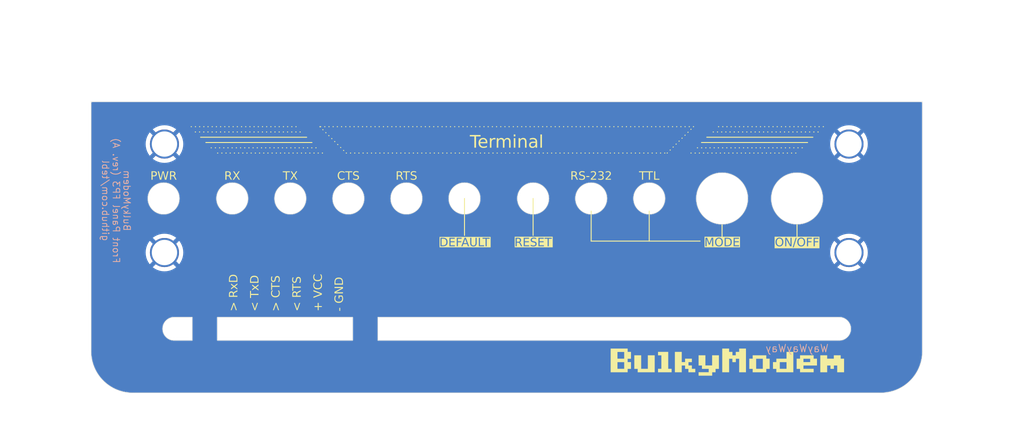
<source format=kicad_pcb>
(kicad_pcb (version 20240108) (generator "pcbnew") (generator_version "8.0")
  (layers (0 "F.Cu" signal) (31 "B.Cu" signal) (34 "B.Paste" user) (35 "F.Paste" user) (36 "B.SilkS" user "B.Silkscreen") (37 "F.SilkS" user "F.Silkscreen") (38 "B.Mask" user) (39 "F.Mask" user) (44 "Edge.Cuts" user))
  (net 0 "")
  (net 1 "GND")
  (footprint "mounting:M3_pin" (layer "F.Cu") (at 99.915 129.099)
    (property "Reference" "M1" (hide yes))
    (property "Value" "Mounting_Pin" (hide yes))
    (pad "1" thru_hole circle (at 0 0) (size 3.5 3.5) (drill 3.048) (layers "*.Cu" "*.Mask") (net 1 "GND"))
  )
  (footprint "mounting:M3_pin" (layer "F.Cu") (at 182.265 129.099)
    (property "Reference" "M2" (hide yes))
    (property "Value" "Mounting_Pin" (hide yes))
    (pad "1" thru_hole circle (at 0 0) (size 3.5 3.5) (drill 3.048) (layers "*.Cu" "*.Mask") (net 1 "GND"))
  )
  (footprint "mounting:M3_pin" (layer "F.Cu") (at 182.265 116.049)
    (property "Reference" "M3" (hide yes))
    (property "Value" "Mounting_Pin" (hide yes))
    (pad "1" thru_hole circle (at 0 0) (size 3.5 3.5) (drill 3.048) (layers "*.Cu" "*.Mask") (net 1 "GND"))
  )
  (footprint "mounting:M3_pin" (layer "F.Cu") (at 99.915 116.049)
    (property "Reference" "M4" (hide yes))
    (property "Value" "Mounting_Pin" (hide yes))
    (pad "1" thru_hole circle (at 0 0) (size 3.5 3.5) (drill 3.048) (layers "*.Cu" "*.Mask") (net 1 "GND"))
  )
  (footprint "artwork:BulkyModem_small" (layer "F.Cu") (at 167.633 142.28)
    (property "Reference" "G***" (hide yes))
    (property "Value" "LOGO" (hide yes))
    (fp_poly (pts (xy -10.373573 0.813613) (xy -9.55996 0.813613) (xy -9.55996 -0.813614) (xy -8.746346 -0.813614) (xy -8.746346 1.22042) (xy -10.78038 1.22042) (xy -10.78038 0.813613) (xy -11.187187 0.813613) (xy -11.187187 -0.813614) (xy -10.373573 -0.813614) (xy -10.373573 0.813613)) (stroke (width 0.01)) (fill solid) (layer "F.SilkS"))
    (fp_poly (pts (xy -7.119119 0.813613) (xy -6.712312 0.813613) (xy -6.712312 1.22042) (xy -8.339539 1.22042) (xy -8.339539 0.813613) (xy -7.932732 0.813613) (xy -7.932732 -0.813614) (xy -8.339539 -0.813614) (xy -8.339539 -1.220421) (xy -7.119119 -1.220421) (xy -7.119119 0.813613)) (stroke (width 0.01)) (fill solid) (layer "F.SilkS"))
    (fp_poly (pts (xy 7.932733 1.22042) (xy 5.898699 1.22042) (xy 5.898699 0.813613) (xy 5.491892 0.813613) (xy 5.491892 0) (xy 5.898699 0) (xy 6.305506 0) (xy 6.305506 0.813613) (xy 7.119119 0.813613) (xy 7.119119 0) (xy 6.305506 0) (xy 5.898699 0) (xy 5.898699 -0.406807) (xy 7.119119 -0.406807) (xy 7.119119 -1.220421) (xy 7.932733 -1.220421) (xy 7.932733 1.22042)) (stroke (width 0.01)) (fill solid) (layer "F.SilkS"))
    (fp_poly (pts (xy -2.644244 0.406807) (xy -1.83063 0.406807) (xy -1.83063 -0.813614) (xy -1.017017 -0.813614) (xy -1.017017 0.813613) (xy -1.423823 0.813613) (xy -1.423823 1.22042) (xy -1.83063 1.22042) (xy -1.83063 1.627227) (xy -3.457858 1.627227) (xy -3.457858 1.22042) (xy -2.237437 1.22042) (xy -2.237437 0.813613) (xy -3.051051 0.813613) (xy -3.051051 0.406807) (xy -3.457858 0.406807) (xy -3.457858 -0.813614) (xy -2.644244 -0.813614) (xy -2.644244 0.406807)) (stroke (width 0.01)) (fill solid) (layer "F.SilkS"))
    (fp_poly (pts (xy 4.678279 -0.406807) (xy 5.085085 -0.406807) (xy 5.085085 0.813613) (xy 4.678279 0.813613) (xy 4.678279 1.22042) (xy 3.051051 1.22042) (xy 3.051051 0.813613) (xy 2.644245 0.813613) (xy 2.644245 -0.406807) (xy 3.051051 -0.406807) (xy 3.457858 -0.406807) (xy 3.457858 0.813613) (xy 4.271472 0.813613) (xy 4.271472 -0.406807) (xy 3.457858 -0.406807) (xy 3.051051 -0.406807) (xy 3.051051 -0.813614) (xy 4.678279 -0.813614) (xy 4.678279 -0.406807)) (stroke (width 0.01)) (fill solid) (layer "F.SilkS"))
    (fp_poly (pts (xy 12.000801 -0.406807) (xy 12.814415 -0.406807) (xy 12.814415 -0.813614) (xy 13.628028 -0.813614) (xy 13.628028 -0.406807) (xy 14.034835 -0.406807) (xy 14.034835 1.22042) (xy 13.221222 1.22042) (xy 13.221222 0.406807) (xy 12.814415 0.406807) (xy 12.814415 0.813613) (xy 12.407608 0.813613) (xy 12.407608 0.406807) (xy 12.000801 0.406807) (xy 12.000801 1.22042) (xy 11.187188 1.22042) (xy 11.187188 -0.813614) (xy 12.000801 -0.813614) (xy 12.000801 -0.406807)) (stroke (width 0.01)) (fill solid) (layer "F.SilkS"))
    (fp_poly (pts (xy -5.491892 0) (xy -5.085085 0) (xy -5.085085 -0.406807) (xy -4.271471 -0.406807) (xy -4.271471 0) (xy -4.678278 0) (xy -4.678278 0.406807) (xy -4.271471 0.406807) (xy -4.271471 0.813613) (xy -3.864664 0.813613) (xy -3.864664 1.22042) (xy -4.678278 1.22042) (xy -4.678278 0.813613) (xy -5.085085 0.813613) (xy -5.085085 0.406807) (xy -5.491892 0.406807) (xy -5.491892 1.22042) (xy -6.305505 1.22042) (xy -6.305505 -1.220421) (xy -5.491892 -1.220421) (xy -5.491892 0)) (stroke (width 0.01)) (fill solid) (layer "F.SilkS"))
    (fp_poly (pts (xy 0.203404 -1.220421) (xy 0.610211 -1.220421) (xy 0.610211 -0.813614) (xy 1.017017 -0.813614) (xy 1.017017 -1.220421) (xy 1.423824 -1.220421) (xy 1.423824 -1.627227) (xy 2.237438 -1.627227) (xy 2.237438 1.22042) (xy 1.423824 1.22042) (xy 1.423824 -0.406807) (xy 1.017017 -0.406807) (xy 1.017017 0) (xy 0.610211 0) (xy 0.610211 -0.406807) (xy 0.203404 -0.406807) (xy 0.203404 1.22042) (xy -0.61021 1.22042) (xy -0.61021 -1.627227) (xy 0.203404 -1.627227) (xy 0.203404 -1.220421)) (stroke (width 0.01)) (fill solid) (layer "F.SilkS"))
    (fp_poly (pts (xy 10.373574 -0.406807) (xy 10.780381 -0.406807) (xy 10.780381 0.406807) (xy 9.153153 0.406807) (xy 9.153153 0.813613) (xy 10.373574 0.813613) (xy 10.373574 1.22042) (xy 8.746347 1.22042) (xy 8.746347 0.813613) (xy 8.33954 0.813613) (xy 8.33954 -0.406807) (xy 8.746347 -0.406807) (xy 9.153153 -0.406807) (xy 9.153153 0) (xy 9.966767 0) (xy 9.966767 -0.406807) (xy 9.153153 -0.406807) (xy 8.746347 -0.406807) (xy 8.746347 -0.813614) (xy 10.373574 -0.813614) (xy 10.373574 -0.406807)) (stroke (width 0.01)) (fill solid) (layer "F.SilkS"))
    (fp_poly (pts (xy -12.0008 -1.220421) (xy -11.593994 -1.220421) (xy -11.593994 -0.406807) (xy -12.0008 -0.406807) (xy -12.0008 0) (xy -11.593994 0) (xy -11.593994 0.813613) (xy -12.0008 0.813613) (xy -12.0008 1.22042) (xy -14.034834 1.22042) (xy -14.034834 0) (xy -13.221221 0) (xy -13.221221 0.813613) (xy -12.407607 0.813613) (xy -12.407607 0) (xy -13.221221 0) (xy -14.034834 0) (xy -14.034834 -1.220421) (xy -13.221221 -1.220421) (xy -13.221221 -0.406807) (xy -12.407607 -0.406807) (xy -12.407607 -1.220421) (xy -13.221221 -1.220421) (xy -14.034834 -1.220421) (xy -14.034834 -1.627227) (xy -12.0008 -1.627227) (xy -12.0008 -1.220421)) (stroke (width 0.01)) (fill solid) (layer "F.SilkS"))
  )
  (gr_line (start 118.9285 117.134) (end 106.165 117.134) (stroke (width 0.12) (type dot)) (layer "F.SilkS"))
  (gr_line (start 163.2515 117.134) (end 176.015 117.134) (stroke (width 0.12) (type dot)) (layer "F.SilkS"))
  (gr_line (start 178.555 114.594) (end 165.7915 114.594) (stroke (width 0.12) (type dot)) (layer "F.SilkS"))
  (gr_line (start 103.625 114.594) (end 116.3885 114.594) (stroke (width 0.12) (type dot)) (layer "F.SilkS"))
  (gr_line (start 136.01 127.04) (end 136.01 122.595) (stroke (width 0.12)) (layer "F.SilkS"))
  (gr_line (start 176.65 116.499) (end 163.8865 116.499) (stroke (width 0.12) (type dot)) (layer "F.SilkS"))
  (gr_line (start 144.265 127.04) (end 144.265 122.595) (stroke (width 0.12)) (layer "F.SilkS"))
  (gr_line (start 115.7535 113.959) (end 102.99 113.959) (stroke (width 0.12) (type dot)) (layer "F.SilkS"))
  (gr_line (start 158.235 127.7258) (end 164.3564 127.7258) (stroke (width 0.12)) (layer "F.SilkS"))
  (gr_line (start 176.015 127.294) (end 176.015 125.77) (stroke (width 0.12)) (layer "F.SilkS"))
  (gr_line (start 158.235 127.7258) (end 158.235 124.119) (stroke (width 0.12)) (layer "F.SilkS"))
  (gr_line (start 104.895 115.864) (end 117.6585 115.864) (stroke (width 0.12)) (layer "F.SilkS"))
  (gr_line (start 105.53 116.499) (end 118.2935 116.499) (stroke (width 0.12) (type dot)) (layer "F.SilkS"))
  (gr_poly (pts (xy 118.611 113.959) (xy 121.786 117.134) (xy 160.394 117.134) (xy 163.569 113.959)) (stroke (width 0.12) (type dot)) (fill solid) (layer "F.SilkS"))
  (gr_line (start 177.285 115.864) (end 164.5215 115.864) (stroke (width 0.12)) (layer "F.SilkS"))
  (gr_line (start 151.25 127.7258) (end 151.25 124.119) (stroke (width 0.12)) (layer "F.SilkS"))
  (gr_line (start 151.25 127.7258) (end 158.235 127.7258) (stroke (width 0.12)) (layer "F.SilkS"))
  (gr_line (start 179.19 113.959) (end 166.4265 113.959) (stroke (width 0.12) (type dot)) (layer "F.SilkS"))
  (gr_line (start 117.0235 115.229) (end 104.26 115.229) (stroke (width 0.12)) (layer "F.SilkS"))
  (gr_line (start 166.998 127.294) (end 166.998 125.77) (stroke (width 0.12)) (layer "F.SilkS"))
  (gr_line (start 165.1565 115.229) (end 177.92 115.229) (stroke (width 0.12)) (layer "F.SilkS"))
  (gr_line (start 96.09 145.974) (end 186.09 145.974) (stroke (width 0.05)) (layer "Edge.Cuts"))
  (gr_circle (center 166.998 122.595) (end 170.098 122.595) (stroke (width 0.05)) (fill none) (layer "Edge.Cuts"))
  (gr_circle (center 108.07 122.595) (end 109.97 122.595) (stroke (width 0.05)) (fill none) (layer "Edge.Cuts"))
  (gr_arc (start 96.09 145.974) (mid 92.554466 144.509534) (end 91.09 140.974) (stroke (width 0.05)) (layer "Edge.Cuts"))
  (gr_line (start 101.09 136.874) (end 103.27 136.874) (stroke (width 0.05)) (layer "Edge.Cuts"))
  (gr_circle (center 122.04 122.595) (end 123.94 122.595) (stroke (width 0.05)) (fill none) (layer "Edge.Cuts"))
  (gr_line (start 125.57 136.874) (end 181.09 136.874) (stroke (width 0.05)) (layer "Edge.Cuts"))
  (gr_circle (center 151.25 122.595) (end 153.15 122.595) (stroke (width 0.05)) (fill none) (layer "Edge.Cuts"))
  (gr_arc (start 101.09 139.674) (mid 99.69 138.274) (end 101.09 136.874) (stroke (width 0.05)) (layer "Edge.Cuts"))
  (gr_circle (center 158.235 122.595) (end 160.135 122.595) (stroke (width 0.05)) (fill none) (layer "Edge.Cuts"))
  (gr_line (start 181.09 139.674) (end 125.57 139.674) (stroke (width 0.05)) (layer "Edge.Cuts"))
  (gr_line (start 106.27 139.674) (end 122.57 139.674) (stroke (width 0.05)) (layer "Edge.Cuts"))
  (gr_circle (center 176.015 122.595) (end 179.115 122.595) (stroke (width 0.05)) (fill none) (layer "Edge.Cuts"))
  (gr_line (start 125.57 139.674) (end 125.57 136.874) (stroke (width 0.05)) (layer "Edge.Cuts"))
  (gr_line (start 106.27 136.874) (end 122.57 136.874) (stroke (width 0.05)) (layer "Edge.Cuts"))
  (gr_circle (center 144.265 122.595) (end 146.165 122.595) (stroke (width 0.05)) (fill none) (layer "Edge.Cuts"))
  (gr_line (start 122.57 139.674) (end 122.57 136.874) (stroke (width 0.05)) (layer "Edge.Cuts"))
  (gr_line (start 91.09 110.974) (end 91.09 140.974) (stroke (width 0.05)) (layer "Edge.Cuts"))
  (gr_line (start 91.09 110.974) (end 191.09 110.974) (stroke (width 0.05)) (layer "Edge.Cuts"))
  (gr_circle (center 115.055 122.595) (end 116.955 122.595) (stroke (width 0.05)) (fill none) (layer "Edge.Cuts"))
  (gr_line (start 103.27 139.674) (end 103.27 136.874) (stroke (width 0.05)) (layer "Edge.Cuts"))
  (gr_line (start 191.09 140.974) (end 191.09 110.974) (stroke (width 0.05)) (layer "Edge.Cuts"))
  (gr_circle (center 136.01 122.595) (end 137.91 122.595) (stroke (width 0.05)) (fill none) (layer "Edge.Cuts"))
  (gr_circle (center 129.025 122.595) (end 130.925 122.595) (stroke (width 0.05)) (fill none) (layer "Edge.Cuts"))
  (gr_line (start 106.27 139.674) (end 106.27 136.874) (stroke (width 0.05)) (layer "Edge.Cuts"))
  (gr_arc (start 191.09 140.974) (mid 189.625534 144.509534) (end 186.09 145.974) (stroke (width 0.05)) (layer "Edge.Cuts"))
  (gr_line (start 103.27 139.674) (end 101.09 139.674) (stroke (width 0.05)) (layer "Edge.Cuts"))
  (gr_circle (center 99.815 122.595) (end 101.715 122.595) (stroke (width 0.05)) (fill none) (layer "Edge.Cuts"))
  (gr_arc (start 181.09 136.874) (mid 182.49 138.274) (end 181.09 139.674) (stroke (width 0.05)) (layer "Edge.Cuts"))
  (gr_text "BulkyModem\nFront Panel FP3 (rev. A)\ngithub.com/tebl" (at 94.1 122.849 270) (layer "B.SilkS") (effects (font (size 0.8 0.8) (thickness 0.1)) (justify mirror)))
  (gr_text "WayWayWay" (at 176.015 140.629 0) (layer "B.SilkS") (effects (font (size 0.9 0.9) (thickness 0.1)) (justify mirror)))
  (gr_text "MODE" (at 166.998 127.929 0) (layer "F.SilkS" knockout) (effects (font (size 1 1))))
  (gr_text "ON/OFF" (at 176.015 127.929 0) (layer "F.SilkS" knockout) (effects (font (size 1 1))))
  (gr_text "TX" (at 115.055 119.928 0) (layer "F.SilkS") (effects (font (size 1 1))))
  (gr_text "CTS" (at 122.04 119.928 0) (layer "F.SilkS") (effects (font (size 1 1))))
  (gr_text "+ VCC" (at 118.435 136.184 90) (layer "F.SilkS") (effects (font (size 1 1) (thickness 0.1)) (justify left)))
  (gr_text "> CTS" (at 113.355 136.184 90) (layer "F.SilkS") (effects (font (size 1 1) (thickness 0.1)) (justify left)))
  (gr_text "> RxD" (at 108.275 136.184 90) (layer "F.SilkS") (effects (font (size 1 1) (thickness 0.1)) (justify left)))
  (gr_text "< TxD" (at 110.815 136.184 90) (layer "F.SilkS") (effects (font (size 1 1) (thickness 0.1)) (justify left)))
  (gr_text "RS-232" (at 151.25 119.928 0) (layer "F.SilkS") (effects (font (size 1 1))))
  (gr_text "RESET" (at 144.265 127.929 0) (layer "F.SilkS" knockout) (effects (font (size 1 1))))
  (gr_text "RX" (at 108.07 119.928 0) (layer "F.SilkS") (effects (font (size 1 1))))
  (gr_text "- GND" (at 120.975 136.184 90) (layer "F.SilkS") (effects (font (size 1 1) (thickness 0.1)) (justify left)))
  (gr_text "DEFAULT" (at 136.01 127.929 0) (layer "F.SilkS" knockout) (effects (font (size 1 1))))
  (gr_text "TTL" (at 158.235 119.928 0) (layer "F.SilkS") (effects (font (size 1 1))))
  (gr_text "Terminal" (at 141.09 115.864 0) (layer "F.SilkS") (effects (font (size 1.5 1.5))))
  (gr_text "RTS" (at 129.025 119.928 0) (layer "F.SilkS") (effects (font (size 1 1))))
  (gr_text "PWR" (at 99.815 119.928 0) (layer "F.SilkS") (effects (font (size 1 1))))
  (gr_text "< RTS" (at 115.895 136.184 90) (layer "F.SilkS") (effects (font (size 1 1) (thickness 0.1)) (justify left)))
  (zone (net 1) (net_name "GND") (layer "B.Cu") (connect_pads (clearance 0.508)) (min_thickness 0.254) (fill yes (thermal_gap 0.508) (thermal_bridge_width 0.508))
    (polygon (pts (xy 203.32 151.424) (xy 80.13 151.424) (xy 80.13 98.719) (xy 203.32 98.719)))
  )
)
</source>
